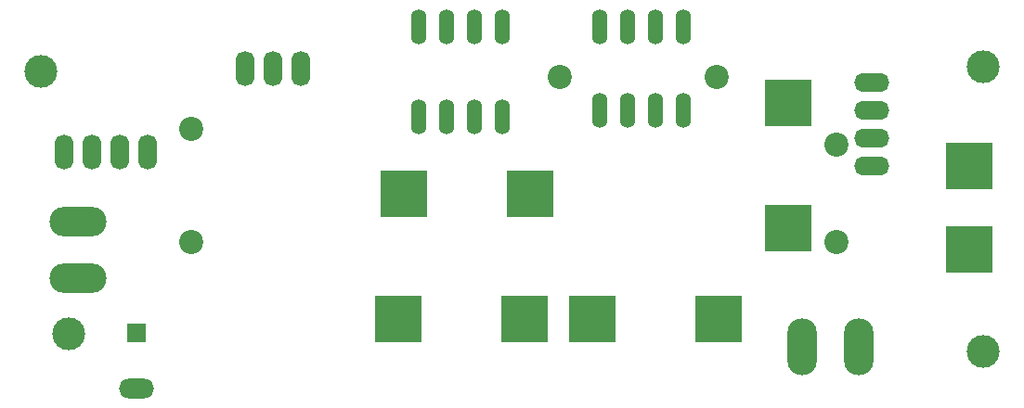
<source format=gbr>
G04 DipTrace 2.3.1.0*
%INBottomMask.gbr*%
%MOIN*%
%ADD14C,0.1181*%
%ADD30C,0.0866*%
%ADD32O,0.1063X0.2047*%
%ADD34O,0.2047X0.1063*%
%ADD36O,0.0669X0.126*%
%ADD38O,0.126X0.0669*%
%ADD40O,0.0551X0.126*%
%ADD42R,0.1654X0.1654*%
%ADD44R,0.0709X0.0709*%
%ADD46O,0.126X0.0709*%
%FSLAX44Y44*%
G04*
G70*
G90*
G75*
G01*
%LNBotMask*%
%LPD*%
D30*
X10500Y10188D3*
Y14251D3*
X33687Y13687D3*
Y10187D3*
X29375Y16125D3*
X23750D3*
D46*
X8562Y4937D3*
D44*
Y6937D3*
D42*
X22687Y11937D3*
X18159D3*
X31937Y10687D3*
Y15215D3*
X17937Y7437D3*
X22465D3*
X29437D3*
X24909D3*
D14*
X5112Y16320D3*
X38948Y16507D3*
Y6265D3*
X6102Y6890D3*
D42*
X38437Y9937D3*
Y12937D3*
D40*
X18687Y17937D3*
X19687D3*
X20687D3*
X21687D3*
X25187D3*
X26187D3*
X27187D3*
X28187D3*
X18687Y14687D3*
X19687D3*
X20687D3*
X21687D3*
X25187Y14937D3*
X26187D3*
X27187D3*
X28187D3*
D38*
X34937Y12937D3*
Y13937D3*
Y14937D3*
Y15937D3*
D36*
X8937Y13446D3*
X7937D3*
X6937D3*
X5937D3*
X14438Y16438D3*
X13438D3*
X12438D3*
D34*
X6437Y10937D3*
Y8906D3*
D32*
X32437Y6437D3*
X34469D3*
M02*

</source>
